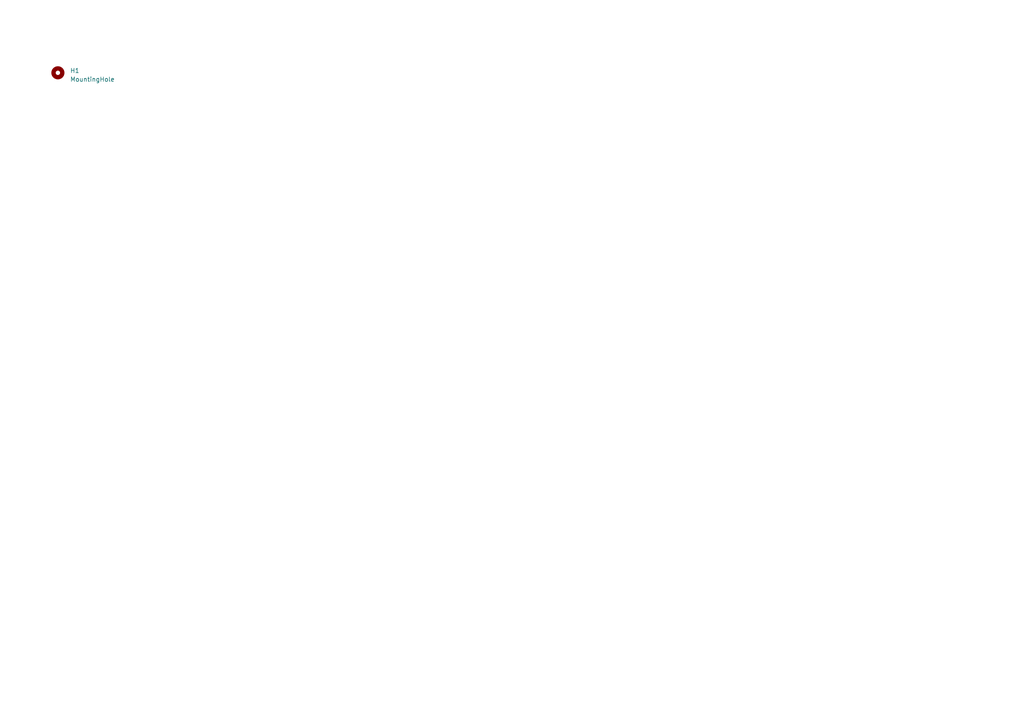
<source format=kicad_sch>
(kicad_sch (version 20230121) (generator eeschema)
  (paper "A4")
  (lib_symbols
    (symbol "Mechanical:MountingHole" (pin_names (offset 1.016))
      (property "Reference" "H" (at 0 5.08 0))
      (property "Value" "MountingHole" (at 0 3.175 0))
      (symbol "MountingHole_0_1"
        (circle (center 0 0) (radius 1.27) (stroke (width 1.27)))
      )
    )
  )
  (symbol (lib_id "Mechanical:MountingHole") (at 16.7916 21.1187 0) (unit 1)
    (property "Reference" "H1" (at 20.32 20.4837 0) (effects (justify left)))
    (property "Value" "MountingHole" (at 20.32 23.0237 0) (effects (justify left)))
    (property "Footprint" "Teensy Castellated:Teensy Castellated" (effects hide))
  )
)
</source>
